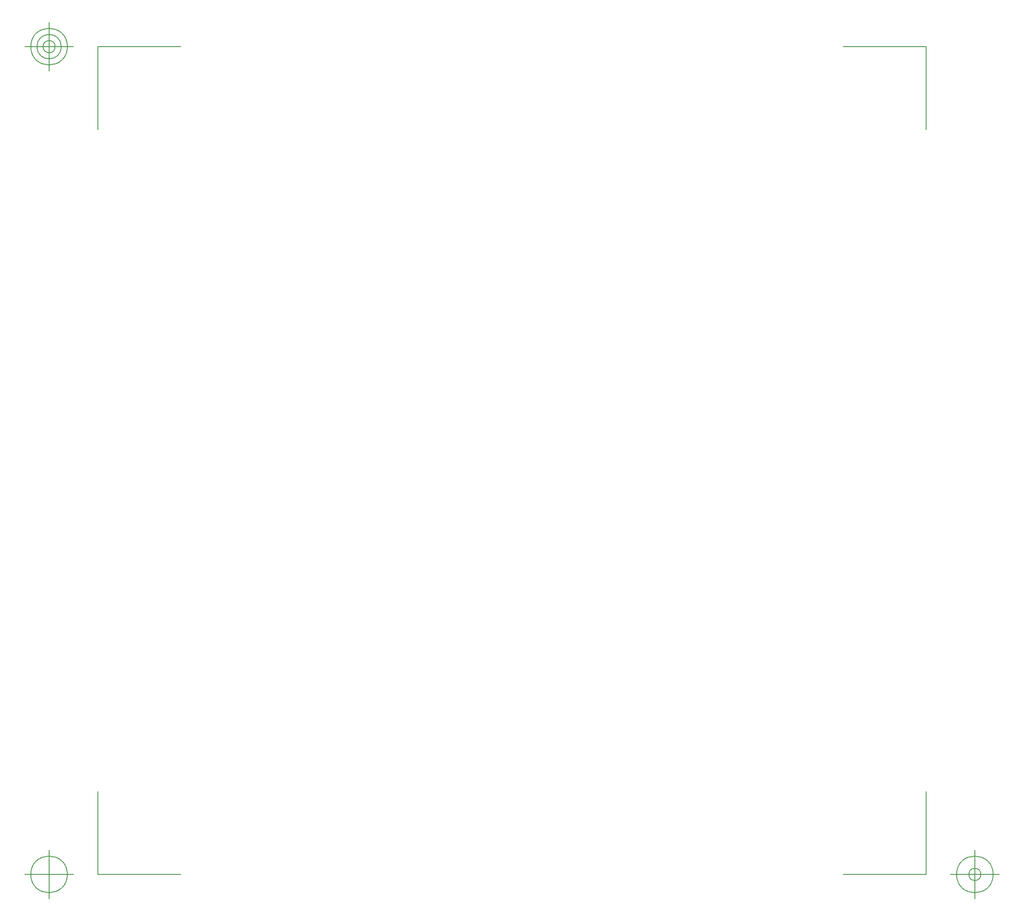
<source format=gbr>
G04 Generated by Ultiboard 14.1 *
%FSLAX24Y24*%
%MOIN*%

%ADD10C,0.0001*%
%ADD11C,0.0050*%


G04 ColorRGB CC99CC for the following layer *
%LNKeep-in/keep-out*%
%LPD*%
G54D10*
G54D11*
X-100Y-100D02*
X-100Y6587D01*
X-100Y-100D02*
X6586Y-100D01*
X66764Y-100D02*
X60078Y-100D01*
X66764Y-100D02*
X66764Y6587D01*
X66764Y66767D02*
X66764Y60080D01*
X66764Y66767D02*
X60078Y66767D01*
X-100Y66767D02*
X6586Y66767D01*
X-100Y66767D02*
X-100Y60080D01*
X-2069Y-100D02*
X-6006Y-100D01*
X-4037Y-2069D02*
X-4037Y1869D01*
X-5513Y-100D02*
G75*
D01*
G02X-5513Y-100I1476J0*
G01*
X68733Y-100D02*
X72670Y-100D01*
X70701Y-2069D02*
X70701Y1869D01*
X69225Y-100D02*
G75*
D01*
G02X69225Y-100I1476J0*
G01*
X70209Y-100D02*
G75*
D01*
G02X70209Y-100I492J0*
G01*
X-2069Y66767D02*
X-6006Y66767D01*
X-4037Y64798D02*
X-4037Y68735D01*
X-5513Y66767D02*
G75*
D01*
G02X-5513Y66767I1476J0*
G01*
X-5021Y66767D02*
G75*
D01*
G02X-5021Y66767I984J0*
G01*
X-4529Y66767D02*
G75*
D01*
G02X-4529Y66767I492J0*
G01*

M02*

</source>
